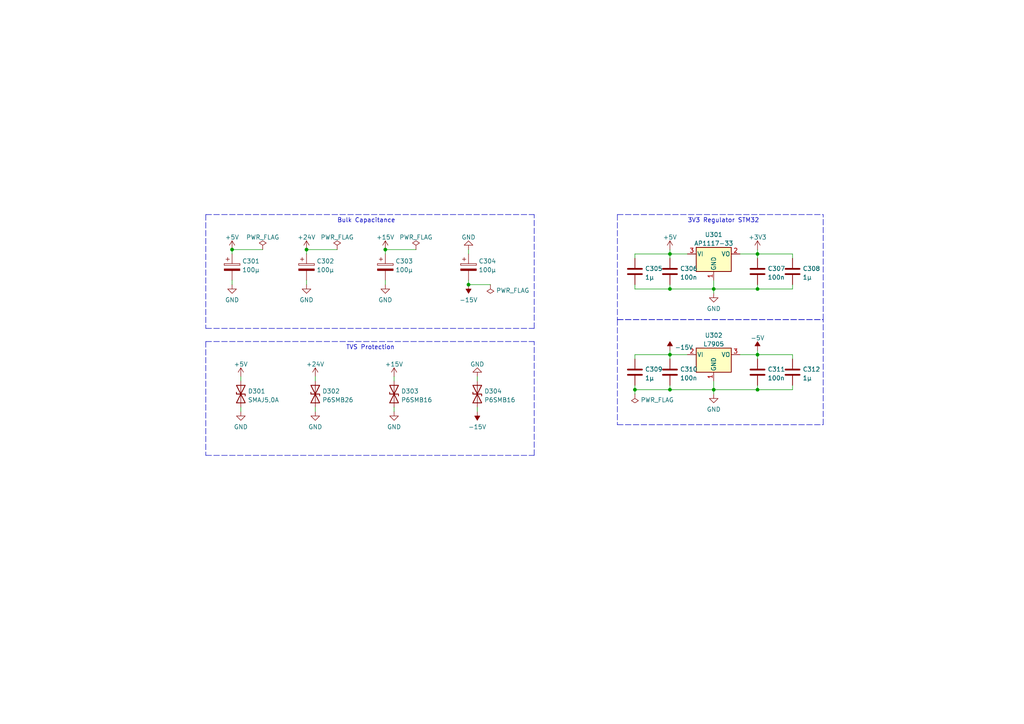
<source format=kicad_sch>
(kicad_sch (version 20211123) (generator eeschema)
  (paper "A4")
  (title_block (title "Power") (date "2022-11-24") (rev "V1") (company "Synthron"))
  (lib_symbols
    (symbol "Device:C" (pin_numbers hide) (pin_names (offset 0.254))
      (property "Reference" "C" (at 0.635 2.54 0))
      (property "Value" "C" (at 0.635 -2.54 0))
      (symbol "C_0_1"
        (polyline (pts (xy -2.032 -0.762) (xy 2.032 -0.762)) (stroke (width 0.508)))
        (polyline (pts (xy -2.032 0.762) (xy 2.032 0.762)) (stroke (width 0.508)))
      )
      (symbol "C_1_1"
        (pin passive line (at 0 3.81 270) (length 2.794) (name "~") (number "1"))
        (pin passive line (at 0 -3.81 90) (length 2.794) (name "~") (number "2"))
      )
    )
    (symbol "Device:C_Polarized" (pin_numbers hide) (pin_names (offset 0.254))
      (property "Reference" "C" (at 0.635 2.54 0))
      (property "Value" "C_Polarized" (at 0.635 -2.54 0))
      (symbol "C_Polarized_0_1"
        (rectangle (start -2.286 0.508) (end 2.286 1.016))
        (polyline (pts (xy -1.778 2.286) (xy -0.762 2.286)))
        (polyline (pts (xy -1.27 2.794) (xy -1.27 1.778)))
        (rectangle (start 2.286 -0.508) (end -2.286 -1.016) (fill (type outline)))
      )
      (symbol "C_Polarized_1_1"
        (pin passive line (at 0 3.81 270) (length 2.794) (name "~") (number "1"))
        (pin passive line (at 0 -3.81 90) (length 2.794) (name "~") (number "2"))
      )
    )
    (symbol "Device:D_TVS" (pin_numbers hide) (pin_names (offset 1.016) hide)
      (property "Reference" "D" (at 0 2.54 0))
      (property "Value" "D_TVS" (at 0 -2.54 0))
      (symbol "D_TVS_0_1"
        (polyline (pts (xy 1.27 0) (xy -1.27 0)))
        (polyline (pts (xy 0.508 1.27) (xy 0 1.27) (xy 0 -1.27) (xy -0.508 -1.27)) (stroke (width 0.254)))
        (polyline (pts (xy -2.54 1.27) (xy -2.54 -1.27) (xy 2.54 1.27) (xy 2.54 -1.27) (xy -2.54 1.27)) (stroke (width 0.254)))
      )
      (symbol "D_TVS_1_1"
        (pin passive line (at -3.81 0 0) (length 2.54) (name "A1") (number "1"))
        (pin passive line (at 3.81 0 180) (length 2.54) (name "A2") (number "2"))
      )
    )
    (symbol "Regulator_Linear:AP1117-33" (pin_names (offset 0.254))
      (property "Reference" "U" (at -3.81 3.175 0))
      (property "Value" "AP1117-33" (at 0 3.175 0))
      (symbol "AP1117-33_0_1"
        (rectangle (start -5.08 -5.08) (end 5.08 1.905) (stroke (width 0.254)) (fill (type background)))
      )
      (symbol "AP1117-33_1_1"
        (pin power_in line (at 0 -7.62 90) (length 2.54) (name "GND") (number "1"))
        (pin power_out line (at 7.62 0 180) (length 2.54) (name "VO") (number "2"))
        (pin power_in line (at -7.62 0 0) (length 2.54) (name "VI") (number "3"))
      )
    )
    (symbol "Regulator_Linear:L7905" (pin_names (offset 0.254))
      (property "Reference" "U" (at -3.81 -3.175 0))
      (property "Value" "L7905" (at 0 -3.175 0))
      (symbol "L7905_0_1"
        (rectangle (start -5.08 5.08) (end 5.08 -1.905) (stroke (width 0.254)) (fill (type background)))
      )
      (symbol "L7905_1_1"
        (pin power_in line (at 0 7.62 270) (length 2.54) (name "GND") (number "1"))
        (pin power_in line (at -7.62 0 0) (length 2.54) (name "VI") (number "2"))
        (pin power_out line (at 7.62 0 180) (length 2.54) (name "VO") (number "3"))
      )
    )
    (symbol "power:+15V" (power) (pin_names (offset 0))
      (property "Value" "+15V" (at 0 3.556 0))
      (symbol "+15V_0_1"
        (polyline (pts (xy -0.762 1.27) (xy 0 2.54)))
        (polyline (pts (xy 0 0) (xy 0 2.54)))
        (polyline (pts (xy 0 2.54) (xy 0.762 1.27)))
      )
      (symbol "+15V_1_1"
        (pin power_in line (at 0 0 90) (length 0) hide (name "+15V") (number "1"))
      )
    )
    (symbol "power:+24V" (power) (pin_names (offset 0))
      (property "Value" "+24V" (at 0 3.556 0))
      (symbol "+24V_0_1"
        (polyline (pts (xy -0.762 1.27) (xy 0 2.54)))
        (polyline (pts (xy 0 0) (xy 0 2.54)))
        (polyline (pts (xy 0 2.54) (xy 0.762 1.27)))
      )
      (symbol "+24V_1_1"
        (pin power_in line (at 0 0 90) (length 0) hide (name "+24V") (number "1"))
      )
    )
    (symbol "power:+3V3" (power) (pin_names (offset 0))
      (property "Value" "+3V3" (at 0 3.556 0))
      (symbol "+3V3_0_1"
        (polyline (pts (xy -0.762 1.27) (xy 0 2.54)))
        (polyline (pts (xy 0 0) (xy 0 2.54)))
        (polyline (pts (xy 0 2.54) (xy 0.762 1.27)))
      )
      (symbol "+3V3_1_1"
        (pin power_in line (at 0 0 90) (length 0) hide (name "+3V3") (number "1"))
      )
    )
    (symbol "power:+5V" (power) (pin_names (offset 0))
      (property "Value" "+5V" (at 0 3.556 0))
      (symbol "+5V_0_1"
        (polyline (pts (xy -0.762 1.27) (xy 0 2.54)))
        (polyline (pts (xy 0 0) (xy 0 2.54)))
        (polyline (pts (xy 0 2.54) (xy 0.762 1.27)))
      )
      (symbol "+5V_1_1"
        (pin power_in line (at 0 0 90) (length 0) hide (name "+5V") (number "1"))
      )
    )
    (symbol "power:-15V" (power) (pin_names (offset 0))
      (property "Value" "-15V" (at 0 3.81 0))
      (symbol "-15V_0_0"
        (pin power_in line (at 0 0 90) (length 0) hide (name "-15V") (number "1"))
      )
      (symbol "-15V_0_1"
        (polyline (pts (xy 0 0) (xy 0 1.27) (xy 0.762 1.27) (xy 0 2.54) (xy -0.762 1.27) (xy 0 1.27)) (fill (type outline)))
      )
    )
    (symbol "power:-5V" (power) (pin_names (offset 0))
      (property "Value" "-5V" (at 0 3.81 0))
      (symbol "-5V_0_0"
        (pin power_in line (at 0 0 90) (length 0) hide (name "-5V") (number "1"))
      )
      (symbol "-5V_0_1"
        (polyline (pts (xy 0 0) (xy 0 1.27) (xy 0.762 1.27) (xy 0 2.54) (xy -0.762 1.27) (xy 0 1.27)) (fill (type outline)))
      )
    )
    (symbol "power:GND" (power) (pin_names (offset 0))
      (property "Value" "GND" (at 0 -3.81 0))
      (symbol "GND_0_1"
        (polyline (pts (xy 0 0) (xy 0 -1.27) (xy 1.27 -1.27) (xy 0 -2.54) (xy -1.27 -1.27) (xy 0 -1.27)))
      )
      (symbol "GND_1_1"
        (pin power_in line (at 0 0 270) (length 0) hide (name "GND") (number "1"))
      )
    )
    (symbol "power:PWR_FLAG" (power) (pin_numbers hide) (pin_names (offset 0) hide)
      (property "Value" "PWR_FLAG" (at 0 3.81 0))
      (symbol "PWR_FLAG_0_0"
        (pin power_out line (at 0 0 90) (length 0) (name "pwr") (number "1"))
      )
      (symbol "PWR_FLAG_0_1"
        (polyline (pts (xy 0 0) (xy 0 1.27) (xy -1.016 1.905) (xy 0 2.54) (xy 1.016 1.905) (xy 0 1.27)))
      )
    )
  )
  (junction (at 194.31 113.03))
  (junction (at 111.76 72.39))
  (junction (at 67.31 72.39))
  (junction (at 194.31 83.82))
  (junction (at 207.01 113.03))
  (junction (at 184.15 113.03))
  (junction (at 88.9 72.39))
  (junction (at 194.31 102.87))
  (junction (at 219.71 83.82))
  (junction (at 219.71 102.87))
  (junction (at 219.71 73.66))
  (junction (at 194.31 73.66))
  (junction (at 207.01 83.82))
  (junction (at 135.89 82.55))
  (junction (at 219.71 113.03))
  (wire (pts (xy 194.31 73.66) (xy 194.31 74.93)))
  (wire (pts (xy 69.85 109.22) (xy 69.85 110.49)))
  (wire (pts (xy 184.15 73.66) (xy 184.15 74.93)))
  (polyline (pts (xy 59.69 62.23) (xy 59.69 95.25)))
  (wire (pts (xy 194.31 82.55) (xy 194.31 83.82)))
  (polyline (pts (xy 154.94 95.25) (xy 154.94 62.23)))
  (wire (pts (xy 219.71 111.76) (xy 219.71 113.03)))
  (wire (pts (xy 88.9 72.39) (xy 97.79 72.39)))
  (wire (pts (xy 114.3 109.22) (xy 114.3 110.49)))
  (wire (pts (xy 111.76 72.39) (xy 120.65 72.39)))
  (wire (pts (xy 194.31 102.87) (xy 184.15 102.87)))
  (wire (pts (xy 67.31 72.39) (xy 67.31 73.66)))
  (polyline (pts (xy 238.76 123.19) (xy 238.76 92.71)))
  (polyline (pts (xy 59.69 99.06) (xy 154.94 99.06)))
  (wire (pts (xy 184.15 82.55) (xy 184.15 83.82)))
  (wire (pts (xy 184.15 102.87) (xy 184.15 104.14)))
  (polyline (pts (xy 179.07 92.71) (xy 238.76 92.71)))
  (polyline (pts (xy 59.69 132.08) (xy 154.94 132.08)))
  (wire (pts (xy 88.9 81.28) (xy 88.9 82.55)))
  (polyline (pts (xy 179.07 92.71) (xy 238.76 92.71)))
  (wire (pts (xy 135.89 72.39) (xy 135.89 73.66)))
  (wire (pts (xy 229.87 73.66) (xy 219.71 73.66)))
  (wire (pts (xy 229.87 102.87) (xy 229.87 104.14)))
  (wire (pts (xy 194.31 113.03) (xy 207.01 113.03)))
  (polyline (pts (xy 179.07 92.71) (xy 179.07 123.19)))
  (wire (pts (xy 111.76 81.28) (xy 111.76 82.55)))
  (polyline (pts (xy 59.69 99.06) (xy 59.69 132.08)))
  (wire (pts (xy 219.71 102.87) (xy 229.87 102.87)))
  (polyline (pts (xy 59.69 62.23) (xy 154.94 62.23)))
  (wire (pts (xy 207.01 81.28) (xy 207.01 83.82)))
  (wire (pts (xy 194.31 73.66) (xy 184.15 73.66)))
  (wire (pts (xy 219.71 101.6) (xy 219.71 102.87)))
  (wire (pts (xy 138.43 118.11) (xy 138.43 119.38)))
  (polyline (pts (xy 238.76 92.71) (xy 238.76 62.23)))
  (wire (pts (xy 184.15 113.03) (xy 194.31 113.03)))
  (wire (pts (xy 111.76 72.39) (xy 111.76 73.66)))
  (wire (pts (xy 135.89 81.28) (xy 135.89 82.55)))
  (polyline (pts (xy 179.07 123.19) (xy 238.76 123.19)))
  (wire (pts (xy 194.31 83.82) (xy 207.01 83.82)))
  (wire (pts (xy 67.31 81.28) (xy 67.31 82.55)))
  (wire (pts (xy 229.87 74.93) (xy 229.87 73.66)))
  (wire (pts (xy 88.9 72.39) (xy 88.9 73.66)))
  (polyline (pts (xy 179.07 62.23) (xy 179.07 92.71)))
  (wire (pts (xy 194.31 102.87) (xy 194.31 104.14)))
  (wire (pts (xy 219.71 73.66) (xy 219.71 74.93)))
  (wire (pts (xy 219.71 102.87) (xy 219.71 104.14)))
  (polyline (pts (xy 179.07 62.23) (xy 238.76 62.23)))
  (wire (pts (xy 194.31 111.76) (xy 194.31 113.03)))
  (polyline (pts (xy 59.69 95.25) (xy 154.94 95.25)))
  (wire (pts (xy 135.89 82.55) (xy 142.24 82.55)))
  (wire (pts (xy 207.01 113.03) (xy 219.71 113.03)))
  (wire (pts (xy 91.44 118.11) (xy 91.44 119.38)))
  (wire (pts (xy 229.87 83.82) (xy 229.87 82.55)))
  (wire (pts (xy 91.44 109.22) (xy 91.44 110.49)))
  (wire (pts (xy 214.63 102.87) (xy 219.71 102.87)))
  (wire (pts (xy 184.15 113.03) (xy 184.15 114.3)))
  (wire (pts (xy 114.3 118.11) (xy 114.3 119.38)))
  (wire (pts (xy 199.39 102.87) (xy 194.31 102.87)))
  (wire (pts (xy 229.87 113.03) (xy 229.87 111.76)))
  (wire (pts (xy 207.01 113.03) (xy 207.01 114.3)))
  (wire (pts (xy 138.43 109.22) (xy 138.43 110.49)))
  (wire (pts (xy 207.01 110.49) (xy 207.01 113.03)))
  (wire (pts (xy 219.71 73.66) (xy 219.71 72.39)))
  (wire (pts (xy 184.15 83.82) (xy 194.31 83.82)))
  (wire (pts (xy 207.01 83.82) (xy 207.01 85.09)))
  (wire (pts (xy 69.85 118.11) (xy 69.85 119.38)))
  (wire (pts (xy 199.39 73.66) (xy 194.31 73.66)))
  (wire (pts (xy 219.71 83.82) (xy 229.87 83.82)))
  (wire (pts (xy 219.71 82.55) (xy 219.71 83.82)))
  (wire (pts (xy 67.31 72.39) (xy 76.2 72.39)))
  (wire (pts (xy 214.63 73.66) (xy 219.71 73.66)))
  (wire (pts (xy 207.01 83.82) (xy 219.71 83.82)))
  (wire (pts (xy 194.31 101.6) (xy 194.31 102.87)))
  (polyline (pts (xy 154.94 132.08) (xy 154.94 99.06)))
  (wire (pts (xy 194.31 72.39) (xy 194.31 73.66)))
  (wire (pts (xy 184.15 111.76) (xy 184.15 113.03)))
  (wire (pts (xy 219.71 113.03) (xy 229.87 113.03)))
  (text "3V3 Regulator STM32" (at 199.39 64.77 0) (effects (font (size 1.27 1.27)) (justify left bottom)))
  (text "Bulk Capacitance" (at 97.79 64.77 0) (effects (font (size 1.27 1.27)) (justify left bottom)))
  (text "TVS Protection\n" (at 100.33 101.6 0) (effects (font (size 1.27 1.27)) (justify left bottom)))
  (symbol (lib_id "Device:C_Polarized") (at 135.89 77.47 0) (unit 1)
    (property "Reference" "C304" (at 138.811 75.7463 0) (effects (justify left)))
    (property "Value" "100µ" (at 138.811 78.2832 0) (effects (justify left)))
    (property "Footprint" "Capacitor_THT:CP_Radial_D8.0mm_P5.00mm" (effects hide))
  )
  (symbol (lib_id "power:+5V") (at 69.85 109.22 0) (unit 1)
    (property "Reference" "#PWR0303" (effects hide))
    (property "Value" "+5V" (at 69.85 105.6442 0))
  )
  (symbol (lib_id "power:GND") (at 114.3 119.38 0) (unit 1)
    (property "Reference" "#PWR0312" (effects hide))
    (property "Value" "GND" (at 114.3 123.8234 0))
  )
  (symbol (lib_id "power:GND") (at 138.43 109.22 180) (unit 1)
    (property "Reference" "#PWR0315" (effects hide))
    (property "Value" "GND" (at 138.43 105.6442 0))
  )
  (symbol (lib_id "Regulator_Linear:AP1117-33") (at 207.01 73.66 0) (unit 1)
    (property "Reference" "U301" (at 207.01 68.0552 0))
    (property "Value" "AP1117-33" (at 207.01 70.5921 0))
    (property "Footprint" "Package_TO_SOT_SMD:SOT-223-3_TabPin2" (effects hide))
    (property "Datasheet" "http://www.diodes.com/datasheets/AP1117.pdf" (effects hide))
  )
  (symbol (lib_id "power:PWR_FLAG") (at 142.24 82.55 180) (unit 1)
    (property "Reference" "#FLG0304" (effects hide))
    (property "Value" "PWR_FLAG" (at 143.891 84.2538 0) (effects (justify right)))
  )
  (symbol (lib_id "Device:C") (at 194.31 107.95 0) (unit 1)
    (property "Reference" "C310" (at 197.231 107.1153 0) (effects (justify left)))
    (property "Value" "100n" (at 197.231 109.6522 0) (effects (justify left)))
    (property "Footprint" "Capacitor_SMD:C_0805_2012Metric" (effects hide))
  )
  (symbol (lib_id "power:+24V") (at 91.44 109.22 0) (unit 1)
    (property "Reference" "#PWR0307" (effects hide))
    (property "Value" "+24V" (at 91.44 105.6442 0))
  )
  (symbol (lib_id "Device:C_Polarized") (at 111.76 77.47 0) (unit 1)
    (property "Reference" "C303" (at 114.681 75.7463 0) (effects (justify left)))
    (property "Value" "100µ" (at 114.681 78.2832 0) (effects (justify left)))
    (property "Footprint" "Capacitor_THT:CP_Radial_D8.0mm_P5.00mm" (effects hide))
  )
  (symbol (lib_id "Device:C_Polarized") (at 67.31 77.47 0) (unit 1)
    (property "Reference" "C301" (at 70.231 75.7463 0) (effects (justify left)))
    (property "Value" "100µ" (at 70.231 78.2832 0) (effects (justify left)))
    (property "Footprint" "Capacitor_THT:CP_Radial_D8.0mm_P5.00mm" (effects hide))
  )
  (symbol (lib_id "power:PWR_FLAG") (at 120.65 72.39 0) (unit 1)
    (property "Reference" "#FLG0303" (effects hide))
    (property "Value" "PWR_FLAG" (at 120.65 68.8142 0))
  )
  (symbol (lib_id "power:+3V3") (at 219.71 72.39 0) (unit 1)
    (property "Reference" "#PWR0319" (effects hide))
    (property "Value" "+3V3" (at 219.71 68.8142 0))
  )
  (symbol (lib_id "power:-15V") (at 135.89 82.55 180) (unit 1)
    (property "Reference" "#PWR0314" (effects hide))
    (property "Value" "-15V" (at 135.89 86.9934 0))
  )
  (symbol (lib_id "Device:C") (at 219.71 78.74 0) (unit 1)
    (property "Reference" "C307" (at 222.631 77.9053 0) (effects (justify left)))
    (property "Value" "100n" (at 222.631 80.4422 0) (effects (justify left)))
    (property "Footprint" "Capacitor_SMD:C_0805_2012Metric" (effects hide))
  )
  (symbol (lib_id "power:-15V") (at 138.43 119.38 180) (unit 1)
    (property "Reference" "#PWR0316" (effects hide))
    (property "Value" "-15V" (at 138.43 123.8234 0))
  )
  (symbol (lib_id "Device:D_TVS") (at 91.44 114.3 90) (unit 1)
    (property "Reference" "D302" (at 93.472 113.4653 90) (effects (justify right)))
    (property "Value" "P6SMB26" (at 93.472 116.0022 90) (effects (justify right)))
    (property "Footprint" "Diode_SMD:D_SMA" (effects hide))
  )
  (symbol (lib_id "power:+15V") (at 114.3 109.22 0) (unit 1)
    (property "Reference" "#PWR0311" (effects hide))
    (property "Value" "+15V" (at 114.3 105.6442 0))
  )
  (symbol (lib_id "Device:C") (at 229.87 78.74 0) (unit 1)
    (property "Reference" "C308" (at 232.791 77.9053 0) (effects (justify left)))
    (property "Value" "1µ" (at 232.791 80.4422 0) (effects (justify left)))
    (property "Footprint" "Capacitor_SMD:C_0805_2012Metric" (effects hide))
  )
  (symbol (lib_id "Device:C_Polarized") (at 88.9 77.47 0) (unit 1)
    (property "Reference" "C302" (at 91.821 75.7463 0) (effects (justify left)))
    (property "Value" "100µ" (at 91.821 78.2832 0) (effects (justify left)))
    (property "Footprint" "Capacitor_THT:CP_Radial_D8.0mm_P5.00mm" (effects hide))
  )
  (symbol (lib_id "Device:D_TVS") (at 114.3 114.3 90) (unit 1)
    (property "Reference" "D303" (at 116.332 113.4653 90) (effects (justify right)))
    (property "Value" "P6SMB16" (at 116.332 116.0022 90) (effects (justify right)))
    (property "Footprint" "Diode_SMD:D_SMA" (effects hide))
  )
  (symbol (lib_id "power:+24V") (at 88.9 72.39 0) (unit 1)
    (property "Reference" "#PWR0305" (effects hide))
    (property "Value" "+24V" (at 88.9 68.8142 0))
  )
  (symbol (lib_id "Device:C") (at 184.15 78.74 0) (unit 1)
    (property "Reference" "C305" (at 187.071 77.9053 0) (effects (justify left)))
    (property "Value" "1µ" (at 187.071 80.4422 0) (effects (justify left)))
    (property "Footprint" "Capacitor_SMD:C_0805_2012Metric" (effects hide))
  )
  (symbol (lib_id "Device:C") (at 194.31 78.74 0) (unit 1)
    (property "Reference" "C306" (at 197.231 77.9053 0) (effects (justify left)))
    (property "Value" "100n" (at 197.231 80.4422 0) (effects (justify left)))
    (property "Footprint" "Capacitor_SMD:C_0805_2012Metric" (effects hide))
  )
  (symbol (lib_id "power:+5V") (at 67.31 72.39 0) (unit 1)
    (property "Reference" "#PWR0301" (effects hide))
    (property "Value" "+5V" (at 67.31 68.8142 0))
  )
  (symbol (lib_id "Regulator_Linear:L7905") (at 207.01 102.87 0) (mirror x) (unit 1)
    (property "Reference" "U302" (at 207.01 97.2652 0))
    (property "Value" "L7905" (at 207.01 99.8021 0))
    (property "Footprint" "Package_TO_SOT_SMD:TO-263-2" (effects hide))
    (property "Datasheet" "http://www.st.com/content/ccc/resource/technical/document/datasheet/c9/16/86/41/c7/2b/45/f2/CD00000450.pdf/files/CD00000450.pdf/jcr:content/translations/en.CD00000450.pdf" (effects hide))
  )
  (symbol (lib_id "power:PWR_FLAG") (at 184.15 114.3 180) (unit 1)
    (property "Reference" "#FLG0306" (effects hide))
    (property "Value" "PWR_FLAG" (at 185.801 116.0038 0) (effects (justify right)))
  )
  (symbol (lib_id "power:GND") (at 91.44 119.38 0) (unit 1)
    (property "Reference" "#PWR0308" (effects hide))
    (property "Value" "GND" (at 91.44 123.8234 0))
  )
  (symbol (lib_id "power:GND") (at 207.01 114.3 0) (unit 1)
    (property "Reference" "#PWR0321" (effects hide))
    (property "Value" "GND" (at 207.01 118.7434 0))
  )
  (symbol (lib_id "Device:C") (at 229.87 107.95 0) (unit 1)
    (property "Reference" "C312" (at 232.791 107.1153 0) (effects (justify left)))
    (property "Value" "1µ" (at 232.791 109.6522 0) (effects (justify left)))
    (property "Footprint" "Capacitor_SMD:C_0805_2012Metric" (effects hide))
  )
  (symbol (lib_id "power:GND") (at 135.89 72.39 180) (unit 1)
    (property "Reference" "#PWR0313" (effects hide))
    (property "Value" "GND" (at 135.89 68.8142 0))
  )
  (symbol (lib_id "power:-5V") (at 219.71 101.6 0) (unit 1)
    (property "Reference" "#PWR0322" (effects hide))
    (property "Value" "-5V" (at 219.71 98.0242 0))
  )
  (symbol (lib_id "Device:C") (at 184.15 107.95 0) (unit 1)
    (property "Reference" "C309" (at 187.071 107.1153 0) (effects (justify left)))
    (property "Value" "1µ" (at 187.071 109.6522 0) (effects (justify left)))
    (property "Footprint" "Capacitor_SMD:C_0805_2012Metric" (effects hide))
  )
  (symbol (lib_id "power:+5V") (at 194.31 72.39 0) (unit 1)
    (property "Reference" "#PWR0317" (effects hide))
    (property "Value" "+5V" (at 194.31 68.8142 0))
  )
  (symbol (lib_id "power:GND") (at 88.9 82.55 0) (unit 1)
    (property "Reference" "#PWR0306" (effects hide))
    (property "Value" "GND" (at 88.9 86.9934 0))
  )
  (symbol (lib_id "Device:D_TVS") (at 69.85 114.3 90) (unit 1)
    (property "Reference" "D301" (at 71.882 113.4653 90) (effects (justify right)))
    (property "Value" "SMAJ5,0A" (at 71.882 116.0022 90) (effects (justify right)))
    (property "Footprint" "Diode_SMD:D_SMA" (effects hide))
  )
  (symbol (lib_id "power:+15V") (at 111.76 72.39 0) (unit 1)
    (property "Reference" "#PWR0309" (effects hide))
    (property "Value" "+15V" (at 111.76 68.8142 0))
  )
  (symbol (lib_id "power:-15V") (at 194.31 101.6 0) (unit 1)
    (property "Reference" "#PWR0320" (effects hide))
    (property "Value" "-15V" (at 195.707 100.7638 0) (effects (justify left)))
  )
  (symbol (lib_id "Device:D_TVS") (at 138.43 114.3 90) (unit 1)
    (property "Reference" "D304" (at 140.462 113.4653 90) (effects (justify right)))
    (property "Value" "P6SMB16" (at 140.462 116.0022 90) (effects (justify right)))
    (property "Footprint" "Diode_SMD:D_SMA" (effects hide))
  )
  (symbol (lib_id "power:PWR_FLAG") (at 76.2 72.39 0) (unit 1)
    (property "Reference" "#FLG0301" (effects hide))
    (property "Value" "PWR_FLAG" (at 76.2 68.8142 0))
  )
  (symbol (lib_id "power:GND") (at 69.85 119.38 0) (unit 1)
    (property "Reference" "#PWR0304" (effects hide))
    (property "Value" "GND" (at 69.85 123.8234 0))
  )
  (symbol (lib_id "Device:C") (at 219.71 107.95 0) (unit 1)
    (property "Reference" "C311" (at 222.631 107.1153 0) (effects (justify left)))
    (property "Value" "100n" (at 222.631 109.6522 0) (effects (justify left)))
    (property "Footprint" "Capacitor_SMD:C_0805_2012Metric" (effects hide))
  )
  (symbol (lib_id "power:PWR_FLAG") (at 97.79 72.39 0) (unit 1)
    (property "Reference" "#FLG0302" (effects hide))
    (property "Value" "PWR_FLAG" (at 97.79 68.8142 0))
  )
  (symbol (lib_id "power:GND") (at 67.31 82.55 0) (unit 1)
    (property "Reference" "#PWR0302" (effects hide))
    (property "Value" "GND" (at 67.31 86.9934 0))
  )
  (symbol (lib_id "power:GND") (at 111.76 82.55 0) (unit 1)
    (property "Reference" "#PWR0310" (effects hide))
    (property "Value" "GND" (at 111.76 86.9934 0))
  )
  (symbol (lib_id "power:GND") (at 207.01 85.09 0) (unit 1)
    (property "Reference" "#PWR0318" (effects hide))
    (property "Value" "GND" (at 207.01 89.5334 0))
  )
)
</source>
